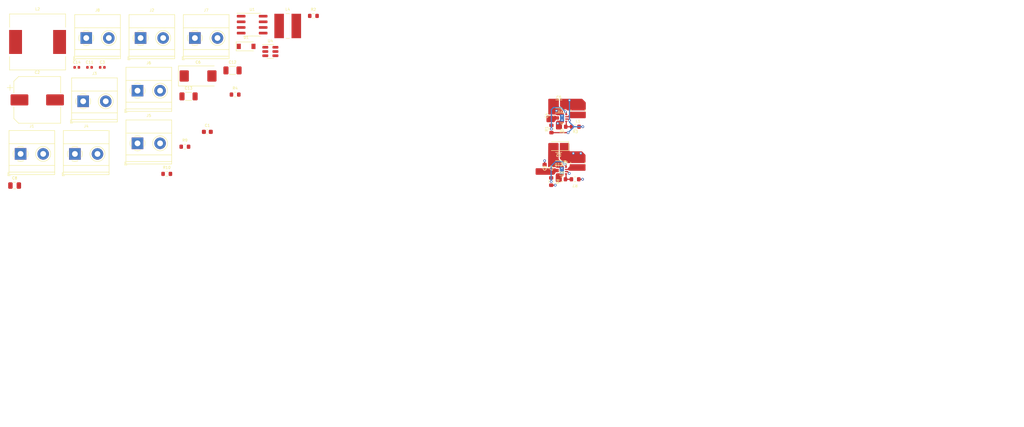
<source format=kicad_pcb>
(kicad_pcb (version 20211014) (generator pcbnew)
  (layers (0 "F.Cu" signal) (1 "In1.Cu" signal) (2 "In2.Cu" signal) (31 "B.Cu" signal) (34 "B.Paste" user) (35 "F.Paste" user) (36 "B.SilkS" user "B.Silkscreen") (37 "F.SilkS" user "F.Silkscreen") (38 "B.Mask" user) (39 "F.Mask" user) (44 "Edge.Cuts" user))
  (net 0 "")
  (net 1 "/6V5..40V")
  (net 2 "GND")
  (net 3 "/5V_{Buck1}")
  (net 4 "Net-(C3-Pad2)")
  (net 5 "Net-(C4-Pad1)")
  (net 6 "Net-(C5-Pad1)")
  (net 7 "Net-(C7-Pad2)")
  (net 8 "/6V5..16V")
  (net 9 "Net-(C10-Pad2)")
  (net 10 "/5V_{Buck2}")
  (net 11 "Net-(C11-Pad2)")
  (net 12 "Net-(C14-Pad1)")
  (net 13 "Net-(C14-Pad2)")
  (net 14 "Net-(D1-Pad1)")
  (net 15 "Net-(L1-Pad1)")
  (net 16 "Net-(L3-Pad1)")
  (net 17 "/PG_{3a}")
  (net 18 "Net-(R3-Pad2)")
  (net 19 "/PG_{3b}")
  (net 20 "Net-(R7-Pad2)")
  (footprint "Resistor_SMD:R_0603_1608Metric" (layer "F.Cu") (at 80.13 41.73)
    (fp_text reference "R4" (at 0 -1.43 unlocked) (layer "F.SilkS") (effects (font (size 0.6 0.6) (thickness 0.1))))
    (fp_text value "1k")
    (pad "1" smd roundrect (at -0.825 0) (size 0.8 0.95) (layers "F.Cu" "F.Paste" "F.Mask") (net 4 "Net-(C3-Pad2)"))
    (pad "2" smd roundrect (at 0.825 0) (size 0.8 0.95) (layers "F.Cu" "F.Paste" "F.Mask") (net 2 "GND"))
  )
  (footprint "Capacitor_SMD:C_0603_1608Metric" (layer "F.Cu") (at 151.2316 58.3184 90)
    (fp_text reference "C9" (at 0 -1.43 90 unlocked) (layer "F.SilkS") (effects (font (size 0.6 0.6) (thickness 0.1))))
    (fp_text value "10u 25V")
    (pad "1" smd roundrect (at -0.775 0 90) (size 0.9 0.95) (layers "F.Cu" "F.Paste" "F.Mask") (net 7 "Net-(C7-Pad2)"))
    (pad "2" smd roundrect (at 0.775 0 90) (size 0.9 0.95) (layers "F.Cu" "F.Paste" "F.Mask") (net 9 "Net-(C10-Pad2)"))
  )
  (footprint "Inductor_SMD:L_12x12mm_H8mm" (layer "F.Cu") (at 35.69 29.88)
    (fp_text reference "L2" (at 0 -7.4 unlocked) (layer "F.SilkS") (effects (font (size 0.6 0.6) (thickness 0.1))))
    (fp_text value "47u 3A")
    (pad "1" smd rect (at -4.95 0) (size 2.9 5.4) (layers "F.Cu" "F.Paste" "F.Mask") (net 14 "Net-(D1-Pad1)"))
    (pad "2" smd rect (at 4.95 0) (size 2.9 5.4) (layers "F.Cu" "F.Paste" "F.Mask") (net 3 "/5V_{Buck1}"))
  )
  (footprint "TerminalBlock_Phoenix:TerminalBlock_Phoenix_MKDS-1,5-2-5.08_1x02_P5.08mm_Horizontal" (layer "F.Cu") (at 45.95 43.24)
    (fp_text reference "J3" (at 2.54 -6.26 unlocked) (layer "F.SilkS") (effects (font (size 0.6 0.6) (thickness 0.1))))
    (fp_text value "Conn_01x02")
    (pad "1" thru_hole rect (at 0 0) (size 2.6 2.6) (drill 1.3) (layers *.Cu *.Mask) (net 2 "GND"))
    (pad "2" thru_hole circle (at 5.08 0) (size 2.6 2.6) (drill 1.3) (layers *.Cu *.Mask) (net 6 "Net-(C5-Pad1)"))
  )
  (footprint "Capacitor_SMD:C_0603_1608Metric" (layer "F.Cu") (at 73.88 50.12)
    (fp_text reference "C1" (at 0 -1.43 unlocked) (layer "F.SilkS") (effects (font (size 0.6 0.6) (thickness 0.1))))
    (fp_text value "1u")
    (pad "1" smd roundrect (at -0.775 0) (size 0.9 0.95) (layers "F.Cu" "F.Paste" "F.Mask") (net 1 "/6V5..40V"))
    (pad "2" smd roundrect (at 0.775 0) (size 0.9 0.95) (layers "F.Cu" "F.Paste" "F.Mask") (net 2 "GND"))
  )
  (footprint "Resistor_SMD:R_0603_1608Metric" (layer "F.Cu") (at 64.75 59.59)
    (fp_text reference "R10" (at 0 -1.43 unlocked) (layer "F.SilkS") (effects (font (size 0.6 0.6) (thickness 0.1))))
    (fp_text value "15k")
    (pad "1" smd roundrect (at -0.825 0) (size 0.8 0.95) (layers "F.Cu" "F.Paste" "F.Mask") (net 11 "Net-(C11-Pad2)"))
    (pad "2" smd roundrect (at 0.825 0) (size 0.8 0.95) (layers "F.Cu" "F.Paste" "F.Mask") (net 2 "GND"))
  )
  (footprint "TerminalBlock_Phoenix:TerminalBlock_Phoenix_MKDS-1,5-2-5.08_1x02_P5.08mm_Horizontal" (layer "F.Cu") (at 58.17 52.71)
    (fp_text reference "J5" (at 2.54 -6.26 unlocked) (layer "F.SilkS") (effects (font (size 0.6 0.6) (thickness 0.1))))
    (fp_text value "Conn_01x02")
    (pad "1" thru_hole rect (at 0 0) (size 2.6 2.6) (drill 1.3) (layers *.Cu *.Mask) (net 8 "/6V5..16V"))
    (pad "2" thru_hole circle (at 5.08 0) (size 2.6 2.6) (drill 1.3) (layers *.Cu *.Mask) (net 2 "GND"))
  )
  (footprint "Resistor_SMD:R_0603_1608Metric" (layer "F.Cu") (at 151.2316 61.3156 -90)
    (fp_text reference "R6" (at 0 -1.43 -90 unlocked) (layer "F.SilkS") (effects (font (size 0.6 0.6) (thickness 0.1))))
    (fp_text value "100k")
    (pad "1" smd roundrect (at -0.825 0 270) (size 0.8 0.95) (layers "F.Cu" "F.Paste" "F.Mask") (net 19 "/PG_{3b}"))
    (pad "2" smd roundrect (at 0.825 0 270) (size 0.8 0.95) (layers "F.Cu" "F.Paste" "F.Mask") (net 2 "GND"))
  )
  (footprint "Package_SON:WSON-8-1EP_2x2mm_P0.5mm_EP0.9x1.6mm_ThermalVias" (layer "F.Cu") (at 153.67 46.99)
    (fp_text reference "U2" (at -0.4064 -1.6256 unlocked) (layer "F.SilkS") (effects (font (size 0.6 0.6) (thickness 0.1))))
    (fp_text value "TPS62160DSG")
    (pad "1" smd rect (at -0.95 -0.75) (size 0.5 0.25) (layers "F.Cu" "F.Paste" "F.Mask") (net 2 "GND"))
    (pad "2" smd rect (at -0.95 -0.25) (size 0.5 0.25) (layers "F.Cu" "F.Paste" "F.Mask") (net 5 "Net-(C4-Pad1)"))
    (pad "3" smd rect (at -0.95 0.25) (size 0.5 0.25) (layers "F.Cu" "F.Paste" "F.Mask") (net 5 "Net-(C4-Pad1)"))
    (pad "4" smd rect (at -0.95 0.75) (size 0.5 0.25) (layers "F.Cu" "F.Paste" "F.Mask") (net 2 "GND"))
    (pad "5" smd rect (at 0.95 0.75) (size 0.5 0.25) (layers "F.Cu" "F.Paste" "F.Mask") (net 18 "Net-(R3-Pad2)"))
    (pad "6" smd rect (at 0.95 0.25) (size 0.5 0.25) (layers "F.Cu" "F.Paste" "F.Mask") (net 6 "Net-(C5-Pad1)"))
    (pad "7" smd rect (at 0.95 -0.25) (size 0.5 0.25) (layers "F.Cu" "F.Paste" "F.Mask") (net 15 "Net-(L1-Pad1)"))
    (pad "8" smd rect (at 0.95 -0.75) (size 0.5 0.25) (layers "F.Cu" "F.Paste" "F.Mask") (net 17 "/PG_{3a}"))
    (pad "9" smd rect (at 0 0) (size 0.9 1.6) (layers "B.Cu") (net 2 "GND"))
    (pad "9" thru_hole circle (at 0 -0.5) (size 0.6 0.6) (drill 0.25) (layers *.Cu) (net 2 "GND"))
    (pad "9" smd rect (at 0 0) (size 0.9 1.6) (layers "F.Cu" "F.Mask") (net 2 "GND"))
    (pad "9" thru_hole circle (at 0 0.5) (size 0.6 0.6) (drill 0.25) (layers *.Cu) (net 2 "GND"))
  )
  (footprint "Inductor_SMD:L_Wuerth_MAPI-3015" (layer "F.Cu") (at 157.226 57.15 90)
    (fp_text reference "L3" (at 0 -2.7 90 unlocked) (layer "F.SilkS") (effects (font (size 0.6 0.6) (thickness 0.1))))
    (fp_text value "2u2 1..3A")
    (pad "1" smd rect (at -1.05 0 90) (size 1.3 3.4) (layers "F.Cu" "F.Paste" "F.Mask") (net 16 "Net-(L3-Pad1)"))
    (pad "2" smd rect (at 1.05 0 90) (size 1.3 3.4) (layers "F.Cu" "F.Paste" "F.Mask") (net 2 "GND"))
  )
  (footprint "Capacitor_SMD:C_1206_3216Metric" (layer "F.Cu") (at 79.54 36.29)
    (fp_text reference "C12" (at 0 -1.85 unlocked) (layer "F.SilkS") (effects (font (size 0.6 0.6) (thickness 0.1))))
    (fp_text value "22u 10V")
    (pad "1" smd roundrect (at -1.475 0) (size 1.15 1.8) (layers "F.Cu" "F.Paste" "F.Mask") (roundrect_rratio 0.217391) (net 10 "/5V_{Buck2}"))
    (pad "2" smd roundrect (at 1.475 0) (size 1.15 1.8) (layers "F.Cu" "F.Paste" "F.Mask") (roundrect_rratio 0.217391) (net 2 "GND"))
  )
  (footprint "Capacitor_SMD:C_1206_3216Metric" (layer "F.Cu") (at 152.9588 43.8404 180)
    (fp_text reference "C5" (at 0 1.4732 unlocked) (layer "F.SilkS") (effects (font (size 0.6 0.6) (thickness 0.1))))
    (fp_text value "22u 10V")
    (pad "1" smd roundrect (at -1.475 0 180) (size 1.15 1.8) (layers "F.Cu" "F.Paste" "F.Mask") (roundrect_rratio 0.217391) (net 6 "Net-(C5-Pad1)"))
    (pad "2" smd roundrect (at 1.475 0 180) (size 1.15 1.8) (layers "F.Cu" "F.Paste" "F.Mask") (roundrect_rratio 0.217391) (net 2 "GND"))
  )
  (footprint "Diode_SMD:D_SOD-123" (layer "F.Cu") (at 152.908 53.34 180)
    (fp_text reference "D2" (at 0 -2 180 unlocked) (layer "F.SilkS") (effects (font (size 0.6 0.6) (thickness 0.1))))
    (fp_text value "DSK34")
    (pad "1" smd rect (at -1.65 0 180) (size 0.9 1.2) (layers "F.Cu" "F.Paste" "F.Mask") (net 2 "GND"))
    (pad "2" smd rect (at 1.65 0 180) (size 0.9 1.2) (layers "F.Cu" "F.Paste" "F.Mask") (net 9 "Net-(C10-Pad2)"))
  )
  (footprint "Package_SO:SOIC-8_3.9x4.9mm_P1.27mm" (layer "F.Cu") (at 83.96 25.98)
    (fp_text reference "U1" (at 0 -3.4 unlocked) (layer "F.SilkS") (effects (font (size 0.6 0.6) (thickness 0.1))))
    (fp_text value "XL1509-ADJE1")
    (pad "1" smd roundrect (at -2.475 -1.905) (size 1.95 0.6) (layers "F.Cu" "F.Paste" "F.Mask") (net 1 "/6V5..40V"))
    (pad "2" smd roundrect (at -2.475 -0.635) (size 1.95 0.6) (layers "F.Cu" "F.Paste" "F.Mask") (net 14 "Net-(D1-Pad1)"))
    (pad "3" smd roundrect (at -2.475 0.635) (size 1.95 0.6) (layers "F.Cu" "F.Paste" "F.Mask") (net 4 "Net-(C3-Pad2)"))
    (pad "4" smd roundrect (at -2.475 1.905) (size 1.95 0.6) (layers "F.Cu" "F.Paste" "F.Mask") (net 2 "GND"))
    (pad "5" smd roundrect (at 2.475 1.905) (size 1.95 0.6) (layers "F.Cu" "F.Paste" "F.Mask") (net 2 "GND"))
    (pad "6" smd roundrect (at 2.475 0.635) (size 1.95 0.6) (layers "F.Cu" "F.Paste" "F.Mask") (net 2 "GND"))
    (pad "7" smd roundrect (at 2.475 -0.635) (size 1.95 0.6) (layers "F.Cu" "F.Paste" "F.Mask") (net 2 "GND"))
    (pad "8" smd roundrect (at 2.475 -1.905) (size 1.95 0.6) (layers "F.Cu" "F.Paste" "F.Mask") (net 2 "GND"))
  )
  (footprint "Inductor_SMD:L_Wuerth_MAPI-3015" (layer "F.Cu") (at 157.2768 45.3136 90)
    (fp_text reference "L1" (at -2.3876 0 unlocked) (layer "F.SilkS") (effects (font (size 0.6 0.6) (thickness 0.1))))
    (fp_text value "2u2 1..3A")
    (pad "1" smd rect (at -1.05 0 90) (size 1.3 3.4) (layers "F.Cu" "F.Paste" "F.Mask") (net 15 "Net-(L1-Pad1)"))
    (pad "2" smd rect (at 1.05 0 90) (size 1.3 3.4) (layers "F.Cu" "F.Paste" "F.Mask") (net 6 "Net-(C5-Pad1)"))
  )
  (footprint "Capacitor_SMD:C_0603_1608Metric" (layer "F.Cu") (at 149.7584 58.3184 -90)
    (fp_text reference "C7" (at 0 -1.43 -90 unlocked) (layer "F.SilkS") (effects (font (size 0.6 0.6) (thickness 0.1))))
    (fp_text value "10u 25V")
    (pad "1" smd roundrect (at -0.775 0 270) (size 0.9 0.95) (layers "F.Cu" "F.Paste" "F.Mask") (net 2 "GND"))
    (pad "2" smd roundrect (at 0.775 0 270) (size 0.9 0.95) (layers "F.Cu" "F.Paste" "F.Mask") (net 7 "Net-(C7-Pad2)"))
  )
  (footprint "Resistor_SMD:R_0603_1608Metric" (layer "F.Cu") (at 156.6672 48.9712 180)
    (fp_text reference "R3" (at 0 -1.1176 unlocked) (layer "F.SilkS") (effects (font (size 0.6 0.6) (thickness 0.1))))
    (fp_text value "680k")
    (pad "1" smd roundrect (at -0.825 0 180) (size 0.8 0.95) (layers "F.Cu" "F.Paste" "F.Mask") (net 6 "Net-(C5-Pad1)"))
    (pad "2" smd roundrect (at 0.825 0 180) (size 0.8 0.95) (layers "F.Cu" "F.Paste" "F.Mask") (net 18 "Net-(R3-Pad2)"))
  )
  (footprint "Resistor_SMD:R_0603_1608Metric" (layer "F.Cu") (at 68.83 53.47)
    (fp_text reference "R9" (at 0 -1.43 unlocked) (layer "F.SilkS") (effects (font (size 0.6 0.6) (thickness 0.1))))
    (fp_text value "110k")
    (pad "1" smd roundrect (at -0.825 0) (size 0.8 0.95) (layers "F.Cu" "F.Paste" "F.Mask") (net 10 "/5V_{Buck2}"))
    (pad "2" smd roundrect (at 0.825 0) (size 0.8 0.95) (layers "F.Cu" "F.Paste" "F.Mask") (net 11 "Net-(C11-Pad2)"))
  )
  (footprint "Resistor_SMD:R_0603_1608Metric" (layer "F.Cu") (at 97.74 24.01)
    (fp_text reference "R2" (at 0 -1.43 unlocked) (layer "F.SilkS") (effects (font (size 0.6 0.6) (thickness 0.1))))
    (fp_text value "3k")
    (pad "1" smd roundrect (at -0.825 0) (size 0.8 0.95) (layers "F.Cu" "F.Paste" "F.Mask") (net 3 "/5V_{Buck1}"))
    (pad "2" smd roundrect (at 0.825 0) (size 0.8 0.95) (layers "F.Cu" "F.Paste" "F.Mask") (net 4 "Net-(C3-Pad2)"))
  )
  (footprint "Capacitor_SMD:C_0402_1005Metric" (layer "F.Cu") (at 47.38 35.6)
    (fp_text reference "C11" (at 0 -1.16 unlocked) (layer "F.SilkS") (effects (font (size 0.6 0.6) (thickness 0.1))))
    (fp_text value "22p")
    (pad "1" smd roundrect (at -0.48 0) (size 0.56 0.62) (layers "F.Cu" "F.Paste" "F.Mask") (net 10 "/5V_{Buck2}"))
    (pad "2" smd roundrect (at 0.48 0) (size 0.56 0.62) (layers "F.Cu" "F.Paste" "F.Mask") (net 11 "Net-(C11-Pad2)"))
  )
  (footprint "Capacitor_SMD:C_0402_1005Metric" (layer "F.Cu") (at 50.25 35.6)
    (fp_text reference "C3" (at 0 -1.16 unlocked) (layer "F.SilkS") (effects (font (size 0.6 0.6) (thickness 0.1))))
    (fp_text value "3n3")
    (pad "1" smd roundrect (at -0.48 0) (size 0.56 0.62) (layers "F.Cu" "F.Paste" "F.Mask") (net 3 "/5V_{Buck1}"))
    (pad "2" smd roundrect (at 0.48 0) (size 0.56 0.62) (layers "F.Cu" "F.Paste" "F.Mask") (net 4 "Net-(C3-Pad2)"))
  )
  (footprint "TerminalBlock_Phoenix:TerminalBlock_Phoenix_MKDS-1,5-2-5.08_1x02_P5.08mm_Horizontal" (layer "F.Cu") (at 46.64 28.99)
    (fp_text reference "J8" (at 2.54 -6.26 unlocked) (layer "F.SilkS") (effects (font (size 0.6 0.6) (thickness 0.1))))
    (fp_text value "Conn_01x02")
    (pad "1" thru_hole rect (at 0 0) (size 2.6 2.6) (drill 1.3) (layers *.Cu *.Mask) (net 2 "GND"))
    (pad "2" thru_hole circle (at 5.08 0) (size 2.6 2.6) (drill 1.3) (layers *.Cu *.Mask) (net 10 "/5V_{Buck2}"))
  )
  (footprint "Resistor_SMD:R_0603_1608Metric" (layer "F.Cu") (at 153.6192 60.8076)
    (fp_text reference "R8" (at 0 -1.43 unlocked) (layer "F.SilkS") (effects (font (size 0.6 0.6) (thickness 0.1))))
    (fp_text value "130k")
    (pad "1" smd roundrect (at -0.825 0) (size 0.8 0.95) (layers "F.Cu" "F.Paste" "F.Mask") (net 9 "Net-(C10-Pad2)"))
    (pad "2" smd roundrect (at 0.825 0) (size 0.8 0.95) (layers "F.Cu" "F.Paste" "F.Mask") (net 20 "Net-(R7-Pad2)"))
  )
  (footprint "TerminalBlock_Phoenix:TerminalBlock_Phoenix_MKDS-1,5-2-5.08_1x02_P5.08mm_Horizontal" (layer "F.Cu") (at 58.86 28.99)
    (fp_text reference "J2" (at 2.54 -6.26 unlocked) (layer "F.SilkS") (effects (font (size 0.6 0.6) (thickness 0.1))))
    (fp_text value "Conn_01x02")
    (pad "1" thru_hole rect (at 0 0) (size 2.6 2.6) (drill 1.3) (layers *.Cu *.Mask) (net 5 "Net-(C4-Pad1)"))
    (pad "2" thru_hole circle (at 5.08 0) (size 2.6 2.6) (drill 1.3) (layers *.Cu *.Mask) (net 2 "GND"))
  )
  (footprint "TerminalBlock_Phoenix:TerminalBlock_Phoenix_MKDS-1,5-2-5.08_1x02_P5.08mm_Horizontal" (layer "F.Cu") (at 31.87 55.09)
    (fp_text reference "J1" (at 2.54 -6.26 unlocked) (layer "F.SilkS") (effects (font (size 0.6 0.6) (thickness 0.1))))
    (fp_text value "Conn_01x02")
    (pad "1" thru_hole rect (at 0 0) (size 2.6 2.6) (drill 1.3) (layers *.Cu *.Mask) (net 1 "/6V5..40V"))
    (pad "2" thru_hole circle (at 5.08 0) (size 2.6 2.6) (drill 1.3) (layers *.Cu *.Mask) (net 2 "GND"))
  )
  (footprint "TerminalBlock_Phoenix:TerminalBlock_Phoenix_MKDS-1,5-2-5.08_1x02_P5.08mm_Horizontal" (layer "F.Cu") (at 44.09 55.1)
    (fp_text reference "J4" (at 2.54 -6.26 unlocked) (layer "F.SilkS") (effects (font (size 0.6 0.6) (thickness 0.1))))
    (fp_text value "Conn_01x02")
    (pad "1" thru_hole rect (at 0 0) (size 2.6 2.6) (drill 1.3) (layers *.Cu *.Mask) (net 2 "GND"))
    (pad "2" thru_hole circle (at 5.08 0) (size 2.6 2.6) (drill 1.3) (layers *.Cu *.Mask) (net 3 "/5V_{Buck1}"))
  )
  (footprint "Capacitor_SMD:C_0805_2012Metric" (layer "F.Cu") (at 30.53 62.22)
    (fp_text reference "C8" (at 0 -1.68 unlocked) (layer "F.SilkS") (effects (font (size 0.6 0.6) (thickness 0.1))))
    (fp_text value "22u 25V")
    (pad "1" smd roundrect (at -0.95 0) (size 1 1.45) (layers "F.Cu" "F.Paste" "F.Mask") (net 8 "/6V5..16V"))
    (pad "2" smd roundrect (at 0.95 0) (size 1 1.45) (layers "F.Cu" "F.Paste" "F.Mask") (net 2 "GND"))
  )
  (footprint "Package_TO_SOT_SMD:SOT-23-6" (layer "F.Cu") (at 88.06 32.03)
    (fp_text reference "U4" (at 0 -2.4 unlocked) (layer "F.SilkS") (effects (font (size 0.6 0.6) (thickness 0.1))))
    (fp_text value "MT2492")
    (pad "1" smd roundrect (at -1.1375 -0.95) (size 1.325 0.6) (layers "F.Cu" "F.Paste" "F.Mask") (net 12 "Net-(C14-Pad1)"))
    (pad "2" smd roundrect (at -1.1375 0) (size 1.325 0.6) (layers "F.Cu" "F.Paste" "F.Mask") (net 2 "GND"))
    (pad "3" smd roundrect (at -1.1375 0.95) (size 1.325 0.6) (layers "F.Cu" "F.Paste" "F.Mask") (net 11 "Net-(C11-Pad2)"))
    (pad "4" smd roundrect (at 1.1375 0.95) (size 1.325 0.6) (layers "F.Cu" "F.Paste" "F.Mask") (net 8 "/6V5..16V"))
    (pad "5" smd roundrect (at 1.1375 0) (size 1.325 0.6) (layers "F.Cu" "F.Paste" "F.Mask") (net 8 "/6V5..16V"))
    (pad "6" smd roundrect (at 1.1375 -0.95) (size 1.325 0.6) (layers "F.Cu" "F.Paste" "F.Mask") (net 13 "Net-(C14-Pad2)"))
  )
  (footprint "Resistor_SMD:R_0603_1608Metric" (layer "F.Cu") (at 153.67 48.9712 180)
    (fp_text reference "R5" (at 0 -1.1176 unlocked) (layer "F.SilkS") (effects (font (size 0.6 0.6) (thickness 0.1))))
    (fp_text value "130k")
    (pad "1" smd roundrect (at -0.825 0 180) (size 0.8 0.95) (layers "F.Cu" "F.Paste" "F.Mask") (net 18 "Net-(R3-Pad2)"))
    (pad "2" smd roundrect (at 0.825 0 180) (size 0.8 0.95) (layers "F.Cu" "F.Paste" "F.Mask") (net 2 "GND"))
  )
  (footprint "Package_SON:WSON-8-1EP_2x2mm_P0.5mm_EP0.9x1.6mm_ThermalVias" (layer "F.Cu") (at 153.6192 58.8264)
    (fp_text reference "U3" (at 0.38 -1.9 unlocked) (layer "F.SilkS") (effects (font (size 0.6 0.6) (thickness 0.1))))
    (fp_text value "TPS62160DSG")
    (pad "1" smd rect (at -0.95 -0.75) (size 0.5 0.25) (layers "F.Cu" "F.Paste" "F.Mask") (net 9 "Net-(C10-Pad2)"))
    (pad "2" smd rect (at -0.95 -0.25) (size 0.5 0.25) (layers "F.Cu" "F.Paste" "F.Mask") (net 7 "Net-(C7-Pad2)"))
    (pad "3" smd rect (at -0.95 0.25) (size 0.5 0.25) (layers "F.Cu" "F.Paste" "F.Mask") (net 7 "Net-(C7-Pad2)"))
    (pad "4" smd rect (at -0.95 0.75) (size 0.5 0.25) (layers "F.Cu" "F.Paste" "F.Mask") (net 9 "Net-(C10-Pad2)"))
    (pad "5" smd rect (at 0.95 0.75) (size 0.5 0.25) (layers "F.Cu" "F.Paste" "F.Mask") (net 20 "Net-(R7-Pad2)"))
    (pad "6" smd rect (at 0.95 0.25) (size 0.5 0.25) (layers "F.Cu" "F.Paste" "F.Mask") (net 2 "GND"))
    (pad "7" smd rect (at 0.95 -0.25) (size 0.5 0.25) (layers "F.Cu" "F.Paste" "F.Mask") (net 16 "Net-(L3-Pad1)"))
    (pad "8" smd rect (at 0.95 -0.75) (size 0.5 0.25) (layers "F.Cu" "F.Paste" "F.Mask") (net 19 "/PG_{3b}"))
    (pad "9" thru_hole circle (at 0 0.5) (size 0.6 0.6) (drill 0.25) (layers *.Cu) (net 9 "Net-(C10-Pad2)"))
    (pad "9" thru_hole circle (at 0 -0.5) (size 0.6 0.6) (drill 0.25) (layers *.Cu) (net 9 "Net-(C10-Pad2)"))
    (pad "9" smd rect (at 0 0) (size 0.9 1.6) (layers "F.Cu" "F.Mask") (net 9 "Net-(C10-Pad2)"))
    (pad "9" smd rect (at 0 0) (size 0.9 1.6) (layers "B.Cu") (net 9 "Net-(C10-Pad2)"))
  )
  (footprint "Resistor_SMD:R_0603_1608Metric" (layer "F.Cu") (at 151.2824 49.4792 -90)
    (fp_text reference "R1" (at 0 1.0668 90 unlocked) (layer "F.SilkS") (effects (font (size 0.6 0.6) (thickness 0.1))))
    (fp_text value "100k")
    (pad "1" smd roundrect (at -0.825 0 270) (size 0.8 0.95) (layers "F.Cu" "F.Paste" "F.Mask") (net 17 "/PG_{3a}"))
    (pad "2" smd roundrect (at 0.825 0 270) (size 0.8 0.95) (layers "F.Cu" "F.Paste" "F.Mask") (net 6 "Net-(C5-Pad1)"))
  )
  (footprint "Inductor_SMD:L_Wuerth_WE-PD2-Typ-MS" (layer "F.Cu") (at 91.96 26.28)
    (fp_text reference "L4" (at 0 -3.75 unlocked) (layer "F.SilkS") (effects (font (size 0.6 0.6) (thickness 0.1))))
    (fp_text value "4u7 2A")
    (pad "1" smd rect (at -1.93 0) (size 2.15 5.5) (layers "F.Cu" "F.Paste" "F.Mask") (net 13 "Net-(C14-Pad2)"))
    (pad "2" smd rect (at 1.93 0) (size 2.15 5.5) (layers "F.Cu" "F.Paste" "F.Mask") (net 10 "/5V_{Buck2}"))
  )
  (footprint "Capacitor_SMD:C_1206_3216Metric" (layer "F.Cu") (at 69.65 42.14)
    (fp_text reference "C13" (at 0 -1.85 unlocked) (layer "F.SilkS") (effects (font (size 0.6 0.6) (thickness 0.1))))
    (fp_text value "22u 10V")
    (pad "1" smd roundrect (at -1.475 0) (size 1.15 1.8) (layers "F.Cu" "F.Paste" "F.Mask") (roundrect_rratio 0.217391) (net 10 "/5V_{Buck2}"))
    (pad "2" smd roundrect (at 1.475 0) (size 1.15 1.8) (layers "F.Cu" "F.Paste" "F.Mask") (roundrect_rratio 0.217391) (net 2 "GND"))
  )
  (footprint "Resistor_SMD:R_0603_1608Metric" (layer "F.Cu") (at 156.6042 60.8076 180)
    (fp_text reference "R7" (at 0 -1.43 180 unlocked) (layer "F.SilkS") (effects (font (size 0.6 0.6) (thickness 0.1))))
    (fp_text value "680k")
    (pad "1" smd roundrect (at -0.825 0 180) (size 0.8 0.95) (layers "F.Cu" "F.Paste" "F.Mask") (net 2 "GND"))
    (pad "2" smd roundrect (at 0.825 0 180) (size 0.8 0.95) (layers "F.Cu" "F.Paste" "F.Mask") (net 20 "Net-(R7-Pad2)"))
  )
  (footprint "Capacitor_Tantalum_SMD:CP_EIA-7343-31_Kemet-D" (layer "F.Cu") (at 71.795 37.54)
    (fp_text reference "C6" (at 0 -3.1 unlocked) (layer "F.SilkS") (effects (font (size 0.6 0.6) (thickness 0.1))))
    (fp_text value "220u 10V 25mR")
    (pad "1" smd roundrect (at -3.1125 0) (size 2.075 2.55) (layers "F.Cu" "F.Paste" "F.Mask") (roundrect_rratio 0.120482) (net 3 "/5V_{Buck1}"))
    (pad "2" smd roundrect (at 3.1125 0) (size 2.075 2.55) (layers "F.Cu" "F.Paste" "F.Mask") (roundrect_rratio 0.120482) (net 2 "GND"))
  )
  (footprint "Capacitor_SMD:CP_Elec_10x10" (layer "F.Cu") (at 35.615 42.93)
    (fp_text reference "C2" (at 0 -6.2 unlocked) (layer "F.SilkS") (effects (font (size 0.6 0.6) (thickness 0.1))))
    (fp_text value "220u 50V")
    (pad "1" smd roundrect (at -4 0) (size 4 2.5) (layers "F.Cu" "F.Paste" "F.Mask") (roundrect_rratio 0.1) (net 1 "/6V5..40V"))
    (pad "2" smd roundrect (at 4 0) (size 4 2.5) (layers "F.Cu" "F.Paste" "F.Mask") (roundrect_rratio 0.1) (net 2 "GND"))
  )
  (footprint "Capacitor_SMD:C_0603_1608Metric" (layer "F.Cu") (at 151.2824 46.482 90)
    (fp_text reference "C4" (at 0 -1.0668 90 unlocked) (layer "F.SilkS") (effects (font (size 0.6 0.6) (thickness 0.1))))
    (fp_text value "10u 25V")
    (pad "1" smd roundrect (at -0.775 0 90) (size 0.9 0.95) (layers "F.Cu" "F.Paste" "F.Mask") (net 5 "Net-(C4-Pad1)"))
    (pad "2" smd roundrect (at 0.775 0 90) (size 0.9 0.95) (layers "F.Cu" "F.Paste" "F.Mask") (net 2 "GND"))
  )
  (footprint "TerminalBlock_Phoenix:TerminalBlock_Phoenix_MKDS-1,5-2-5.08_1x02_P5.08mm_Horizontal" (layer "F.Cu") (at 58.17 40.85)
    (fp_text reference "J6" (at 2.54 -6.26 unlocked) (layer "F.SilkS") (effects (font (size 0.6 0.6) (thickness 0.1))))
    (fp_text value "Conn_01x02")
    (pad "1" thru_hole rect (at 0 0) (size 2.6 2.6) (drill 1.3) (layers *.Cu *.Mask) (net 7 "Net-(C7-Pad2)"))
    (pad "2" thru_hole circle (at 5.08 0) (size 2.6 2.6) (drill 1.3) (layers *.Cu *.Mask) (net 2 "GND"))
  )
  (footprint "Capacitor_SMD:C_0402_1005Metric" (layer "F.Cu") (at 44.51 35.6)
    (fp_text reference "C14" (at 0 -1.16 unlocked) (layer "F.SilkS") (effects (font (size 0.6 0.6) (thickness 0.1))))
    (fp_text value "22n")
    (pad "1" smd roundrect (at -0.48 0) (size 0.56 0.62) (layers "F.Cu" "F.Paste" "F.Mask") (net 12 "Net-(C14-Pad1)"))
    (pad "2" smd roundrect (at 0.48 0) (size 0.56 0.62) (layers "F.Cu" "F.Paste" "F.Mask") (net 13 "Net-(C14-Pad2)"))
  )
  (footprint "TerminalBlock_Phoenix:TerminalBlock_Phoenix_MKDS-1,5-2-5.08_1x02_P5.08mm_Horizontal" (layer "F.Cu") (at 71.08 28.99)
    (fp_text reference "J7" (at 2.54 -6.26 unlocked) (layer "F.SilkS") (effects (font (size 0.6 0.6) (thickness 0.1))))
    (fp_text value "Conn_01x02")
    (pad "1" thru_hole rect (at 0 0) (size 2.6 2.6) (drill 1.3) (layers *.Cu *.Mask) (net 9 "Net-(C10-Pad2)"))
    (pad "2" thru_hole circle (at 5.08 0) (size 2.6 2.6) (drill 1.3) (layers *.Cu *.Mask) (net 2 "GND"))
  )
  (footprint "Capacitor_SMD:C_1206_3216Metric" (layer "F.Cu") (at 152.908 55.6768 180)
    (fp_text reference "C10" (at 0 -1.85 180 unlocked) (layer "F.SilkS") (effects (font (size 0.6 0.6) (thickness 0.1))))
    (fp_text value "22u 10V")
    (pad "1" smd roundrect (at -1.475 0 180) (size 1.15 1.8) (layers "F.Cu" "F.Paste" "F.Mask") (roundrect_rratio 0.217391) (net 2 "GND"))
    (pad "2" smd roundrect (at 1.475 0 180) (size 1.15 1.8) (layers "F.Cu" "F.Paste" "F.Mask") (roundrect_rratio 0.217391) (net 9 "Net-(C10-Pad2)"))
  )
  (footprint "Diode_SMD:D_SOD-123" (layer "F.Cu") (at 82.61 30.88)
    (fp_text reference "D1" (at 0 -2 unlocked) (layer "F.SilkS") (effects (font (size 0.6 0.6) (thickness 0.1))))
    (fp_text value "DSK34")
    (pad "1" smd rect (at -1.65 0) (size 0.9 1.2) (layers "F.Cu" "F.Paste" "F.Mask") (net 14 "Net-(D1-Pad1)"))
    (pad "2" smd rect (at 1.65 0) (size 0.9 1.2) (layers "F.Cu" "F.Paste" "F.Mask") (net 2 "GND"))
  )
  (segment (start 154.8852 59.0764) (end 155.2956 59.4868) (width 0.254) (layer "F.Cu") (net 2))
  (segment (start 149.7584 57.5434) (end 149.7584 56.642) (width 0.254) (layer "F.Cu") (net 2))
  (segment (start 152.1338 62.1406) (end 152.146 62.1284) (width 0.254) (layer "F.Cu") (net 2))
  (segment (start 154.5692 59.0764) (end 154.8852 59.0764) (width 0.254) (layer "F.Cu") (net 2))
  (segment (start 157.4292 60.8076) (end 158.2928 60.8076) (width 0.254) (layer "F.Cu") (net 2))
  (segment (start 151.2316 62.1406) (end 152.1338 62.1406) (width 0.254) (layer "F.Cu") (net 2))
  (via (at 152.146 62.1284) (size 0.6) (drill 0.3) (layers "F.Cu" "B.Cu") (net 2))
  (via (at 157.8864 54.9656) (size 0.6) (drill 0.3) (layers "F.Cu" "B.Cu") (net 2))
  (via (at 156.21 54.9656) (size 0.6) (drill 0.3) (layers "F.Cu" "B.Cu") (net 2))
  (via (at 158.2928 60.8076) (size 0.6) (drill 0.3) (layers "F.Cu" "B.Cu") (net 2))
  (via (at 152.7048 48.2092) (size 0.6) (drill 0.3) (layers "F.Cu" "B.Cu") (net 2))
  (via (at 152.4 45.3644) (size 0.6) (drill 0.3) (layers "F.Cu" "B.Cu") (net 2))
  (via (at 155.2956 59.4868) (size 0.6) (drill 0.3) (layers "F.Cu" "B.Cu") (net 2))
  (via (at 149.7584 56.642) (size 0.6) (drill 0.3) (layers "F.Cu" "B.Cu") (net 2))
  (segment (start 155.0294 50.3042) (end 151.2824 50.3042) (width 0.254) (layer "F.Cu") (net 6))
  (segment (start 154.62 47.24) (end 155.0376 47.24) (width 0.254) (layer "F.Cu") (net 6))
  (segment (start 157.4922 48.9712) (end 158.3436 48.9712) (width 0.254) (layer "F.Cu") (net 6))
  (segment (start 155.0376 47.24) (end 155.3464 47.5488) (width 0.254) (layer "F.Cu") (net 6))
  (via (at 155.3464 47.5488) (size 0.6) (drill 0.3) (layers "F.Cu" "B.Cu") (net 6))
  (via (at 158.3436 48.9712) (size 0.6) (drill 0.3) (layers "F.Cu" "B.Cu") (net 6))
  (via (at 155.3464 43.0276) (size 0.6) (drill 0.3) (layers "F.Cu" "B.Cu") (net 6))
  (via (at 155.0294 50.3042) (size 0.6) (drill 0.3) (layers "F.Cu" "B.Cu") (net 6))
  (segment (start 158.3436 48.9712) (end 156.6164 48.9712) (width 0.254) (layer "B.Cu") (net 6))
  (segment (start 155.3464 47.9552) (end 155.3464 47.5488) (width 0.254) (layer "B.Cu") (net 6))
  (segment (start 156.3624 48.9712) (end 155.3464 47.9552) (width 0.254) (layer "B.Cu") (net 6))
  (segment (start 155.0294 50.3042) (end 156.3624 48.9712) (width 0.254) (layer "B.Cu") (net 6))
  (segment (start 156.3624 48.9712) (end 156.6164 48.9712) (width 0.254) (layer "B.Cu") (net 6))
  (segment (start 155.3464 47.5488) (end 155.3464 43.0276) (width 0.254) (layer "B.Cu") (net 6))
  (segment (start 154.62 46.74) (end 155.19 46.74) (width 0.254) (layer "F.Cu") (net 15))
  (segment (start 155.19 46.74) (end 155.5664 46.3636) (width 0.254) (layer "F.Cu") (net 15))
  (segment (start 155.5664 46.3636) (end 157.2768 46.3636) (width 0.254) (layer "F.Cu") (net 15))
  (segment (start 155.0884 58.5764) (end 155.4648 58.2) (width 0.254) (layer "F.Cu") (net 16))
  (segment (start 155.4648 58.2) (end 157.226 58.2) (width 0.254) (layer "F.Cu") (net 16))
  (segment (start 154.5692 58.5764) (end 155.0884 58.5764) (width 0.254) (layer "F.Cu") (net 16))
  (segment (start 151.2824 49.4777) (end 151.2824 48.6542) (width 0.254) (layer "F.Cu") (net 17))
  (segment (start 154.62 46.24) (end 154.62 45.8064) (width 0.254) (layer "F.Cu") (net 17))
  (segment (start 154.62 45.8064) (end 154.432 45.6184) (width 0.254) (layer "F.Cu") (net 17))
  (via (at 151.2824 49.4777) (size 0.6) (drill 0.3) (layers "F.Cu" "B.Cu") (net 17))
  (via (at 154.432 45.6184) (size 0.6) (drill 0.3) (layers "F.Cu" "B.Cu") (net 17))
  (segment (start 152.1968 44.6532) (end 151.7396 44.6532) (width 0.254) (layer "B.Cu") (net 17))
  (segment (start 151.7396 44.6532) (end 151.3332 45.0596) (width 0.254) (layer "B.Cu") (net 17))
  (segment (start 153.4668 44.6532) (end 152.1968 44.6532) (width 0.254) (layer "B.Cu") (net 17))
  (segment (start 151.2824 45.1104) (end 151.2824 49.4777) (width 0.254) (layer "B.Cu") (net 17))
  (segment (start 154.432 45.6184) (end 153.4668 44.6532) (width 0.254) (layer "B.Cu") (net 17))
  (segment (start 151.3332 45.0596) (end 151.2824 45.1104) (width 0.254) (layer "B.Cu") (net 17))
  (segment (start 154.495 48.9712) (end 155.8422 48.9712) (width 0.254) (layer "F.Cu") (net 18))
  (segment (start 154.62 47.74) (end 154.62 48.8462) (width 0.254) (layer "F.Cu") (net 18))
  (segment (start 154.62 48.8462) (end 154.495 48.9712) (width 0.254) (layer "F.Cu") (net 18))
  (segment (start 151.2316 61.3141) (end 151.2316 60.4906) (width 0.254) (layer "F.Cu") (net 19))
  (segment (start 154.5692 58.0764) (end 154.5692 57.6428) (width 0.254) (layer "F.Cu") (net 19))
  (segment (start 154.5692 57.6428) (end 154.3304 57.404) (width 0.254) (layer "F.Cu") (net 19))
  (via (at 154.3304 57.404) (size 0.6) (drill 0.3) (layers "F.Cu" "B.Cu") (net 19))
  (via (at 151.2316 61.3141) (size 0.6) (drill 0.3) (layers "F.Cu" "B.Cu") (net 19))
  (segment (start 151.2316 57.8104) (end 151.2316 61.3141) (width 0.254) (layer "B.Cu") (net 19))
  (segment (start 153.7716 56.8452) (end 152.1968 56.8452) (width 0.254) (layer "B.Cu") (net 19))
  (segment (start 154.3304 57.404) (end 153.7716 56.8452) (width 0.254) (layer "B.Cu") (net 19))
  (segment (start 152.1968 56.8452) (end 151.2316 57.8104) (width 0.254) (layer "B.Cu") (net 19))
  (segment (start 154.4442 60.8076) (end 155.7792 60.8076) (width 0.254) (layer "F.Cu") (net 20))
  (segment (start 154.5692 60.6826) (end 154.4442 60.8076) (width 0.254) (layer "F.Cu") (net 20))
  (segment (start 154.5692 59.5764) (end 154.5692 60.6826) (width 0.254) (layer "F.Cu") (net 20))
  (zone (net 6) (net_name "Net-(C5-Pad1)") (layer "F.Cu") (priority 5) (connect_pads yes (clearance 0.254)) (min_thickness 0.254) (fill yes (thermal_gap 0.508) (thermal_bridge_width 0.508) (smoothing fillet) (radius 0.2))
    (polygon (pts (xy 159.004 43.4848) (xy 159.004 45.3136) (xy 153.8224 45.3136) (xy 152.9588 44.45) (xy 152.9588 42.672) (xy 158.1912 42.672)))
  )
  (zone (net 5) (net_name "Net-(C4-Pad1)") (layer "F.Cu") (priority 15) (connect_pads yes (clearance 0.254)) (min_thickness 0.254) (fill yes (thermal_gap 0.508) (thermal_bridge_width 0.508) (smoothing fillet) (radius 0.2))
    (polygon (pts (xy 153.1112 47.498) (xy 152.3492 47.498) (xy 151.892 47.9552) (xy 150.1648 47.9552) (xy 150.1648 46.482) (xy 153.1112 46.482)))
  )
  (zone (net 15) (net_name "Net-(L1-Pad1)") (layer "F.Cu") (priority 1) (connect_pads yes (clearance 0.254)) (min_thickness 0.254) (fill yes (thermal_gap 0.508) (thermal_bridge_width 0.508) (smoothing fillet) (radius 0.2))
    (polygon (pts (xy 159.004 47.0408) (xy 155.0416 47.0408) (xy 154.9908 46.99) (xy 154.2288 46.99) (xy 154.2288 46.482) (xy 154.9908 46.482) (xy 155.448 46.0248) (xy 155.448 45.3136) (xy 159.004 45.3136)))
  )
  (zone (net 16) (net_name "Net-(L3-Pad1)") (layer "F.Cu") (priority 1) (connect_pads yes (clearance 0.254)) (min_thickness 0.254) (fill yes (thermal_gap 0.508) (thermal_bridge_width 0.508) (smoothing fillet) (radius 0.2))
    (polygon (pts (xy 158.9532 58.8772) (xy 154.9908 58.8772) (xy 154.94 58.8264) (xy 154.178 58.8264) (xy 154.178 58.3184) (xy 154.94 58.3184) (xy 155.3972 57.8612) (xy 155.3972 57.15) (xy 158.9532 57.15)))
  )
  (zone (net 2) (net_name "GND") (layer "F.Cu") (priority 5) (connect_pads yes (clearance 0.254)) (min_thickness 0.254) (fill yes (thermal_gap 0.508) (thermal_bridge_width 0.508) (smoothing fillet) (radius 0.2))
    (polygon (pts (xy 158.9532 55.3212) (xy 158.9532 57.15) (xy 153.7716 57.15) (xy 152.908 56.2864) (xy 152.908 52.6288) (xy 155.2956 52.6288) (xy 155.2956 54.5084) (xy 158.1404 54.5084)))
  )
  (zone (net 9) (net_name "Net-(C10-Pad2)") (layer "F.Cu") (priority 10) (connect_pads yes (clearance 0.254)) (min_thickness 0.254) (fill yes (thermal_gap 0.508) (thermal_bridge_width 0.508) (smoothing fillet) (radius 0.2))
    (polygon (pts (xy 152.908 56.2864) (xy 153.4922 56.8706) (xy 154.0764 57.4548) (xy 154.0764 59.7916) (xy 153.6192 60.2488) (xy 153.6192 61.4172) (xy 152.2476 61.4172) (xy 152.2476 59.3344) (xy 153.162 59.3344) (xy 153.162 58.3184) (xy 150.5204 58.3184) (xy 150.5712 52.6288) (xy 152.908 52.6288)))
  )
  (zone (net 2) (net_name "GND") (layer "F.Cu") (priority 10) (connect_pads yes (clearance 0.254)) (min_thickness 0.254) (fill yes (thermal_gap 0.508) (thermal_bridge_width 0.508) (smoothing fillet) (radius 0.2))
    (polygon (pts (xy 152.9588 44.45) (xy 153.543 45.0342) (xy 154.1272 45.6184) (xy 154.1272 47.9552) (xy 153.67 48.4124) (xy 153.67 49.5808) (xy 152.2984 49.5808) (xy 152.2984 47.498) (xy 153.2128 47.498) (xy 153.2128 46.482) (xy 150.5712 46.482) (xy 150.5712 42.672) (xy 152.9588 42.672)))
  )
  (zone (net 7) (net_name "Net-(C7-Pad2)") (layer "F.Cu") (priority 15) (connect_pads yes (clearance 0.254)) (min_thickness 0.254) (fill yes (thermal_gap 0.508) (thermal_bridge_width 0.508) (smoothing fillet) (radius 0.2))
    (polygon (pts (xy 153.0604 59.3344) (xy 152.2984 59.3344) (xy 151.8412 59.7916) (xy 147.7264 59.7916) (xy 147.7264 58.3184) (xy 153.0604 58.3184)))
  )
)
</source>
